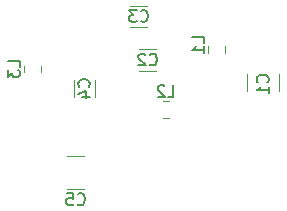
<source format=gbr>
%TF.GenerationSoftware,KiCad,Pcbnew,7.0.11-2.fc39*%
%TF.CreationDate,2024-06-07T09:19:16-04:00*%
%TF.ProjectId,OS-44,4f532d34-342e-46b6-9963-61645f706362,rev?*%
%TF.SameCoordinates,Original*%
%TF.FileFunction,Legend,Bot*%
%TF.FilePolarity,Positive*%
%FSLAX46Y46*%
G04 Gerber Fmt 4.6, Leading zero omitted, Abs format (unit mm)*
G04 Created by KiCad (PCBNEW 7.0.11-2.fc39) date 2024-06-07 09:19:16*
%MOMM*%
%LPD*%
G01*
G04 APERTURE LIST*
%ADD10C,0.150000*%
%ADD11C,0.120000*%
G04 APERTURE END LIST*
D10*
X143422666Y-82909580D02*
X143470285Y-82957200D01*
X143470285Y-82957200D02*
X143613142Y-83004819D01*
X143613142Y-83004819D02*
X143708380Y-83004819D01*
X143708380Y-83004819D02*
X143851237Y-82957200D01*
X143851237Y-82957200D02*
X143946475Y-82861961D01*
X143946475Y-82861961D02*
X143994094Y-82766723D01*
X143994094Y-82766723D02*
X144041713Y-82576247D01*
X144041713Y-82576247D02*
X144041713Y-82433390D01*
X144041713Y-82433390D02*
X143994094Y-82242914D01*
X143994094Y-82242914D02*
X143946475Y-82147676D01*
X143946475Y-82147676D02*
X143851237Y-82052438D01*
X143851237Y-82052438D02*
X143708380Y-82004819D01*
X143708380Y-82004819D02*
X143613142Y-82004819D01*
X143613142Y-82004819D02*
X143470285Y-82052438D01*
X143470285Y-82052438D02*
X143422666Y-82100057D01*
X143041713Y-82100057D02*
X142994094Y-82052438D01*
X142994094Y-82052438D02*
X142898856Y-82004819D01*
X142898856Y-82004819D02*
X142660761Y-82004819D01*
X142660761Y-82004819D02*
X142565523Y-82052438D01*
X142565523Y-82052438D02*
X142517904Y-82100057D01*
X142517904Y-82100057D02*
X142470285Y-82195295D01*
X142470285Y-82195295D02*
X142470285Y-82290533D01*
X142470285Y-82290533D02*
X142517904Y-82433390D01*
X142517904Y-82433390D02*
X143089332Y-83004819D01*
X143089332Y-83004819D02*
X142470285Y-83004819D01*
X148028819Y-81113333D02*
X148028819Y-80637143D01*
X148028819Y-80637143D02*
X147028819Y-80637143D01*
X148028819Y-81970476D02*
X148028819Y-81399048D01*
X148028819Y-81684762D02*
X147028819Y-81684762D01*
X147028819Y-81684762D02*
X147171676Y-81589524D01*
X147171676Y-81589524D02*
X147266914Y-81494286D01*
X147266914Y-81494286D02*
X147314533Y-81399048D01*
X132407819Y-83145333D02*
X132407819Y-82669143D01*
X132407819Y-82669143D02*
X131407819Y-82669143D01*
X131407819Y-83383429D02*
X131407819Y-84002476D01*
X131407819Y-84002476D02*
X131788771Y-83669143D01*
X131788771Y-83669143D02*
X131788771Y-83812000D01*
X131788771Y-83812000D02*
X131836390Y-83907238D01*
X131836390Y-83907238D02*
X131884009Y-83954857D01*
X131884009Y-83954857D02*
X131979247Y-84002476D01*
X131979247Y-84002476D02*
X132217342Y-84002476D01*
X132217342Y-84002476D02*
X132312580Y-83954857D01*
X132312580Y-83954857D02*
X132360200Y-83907238D01*
X132360200Y-83907238D02*
X132407819Y-83812000D01*
X132407819Y-83812000D02*
X132407819Y-83526286D01*
X132407819Y-83526286D02*
X132360200Y-83431048D01*
X132360200Y-83431048D02*
X132312580Y-83383429D01*
X144946666Y-85671819D02*
X145422856Y-85671819D01*
X145422856Y-85671819D02*
X145422856Y-84671819D01*
X144660951Y-84767057D02*
X144613332Y-84719438D01*
X144613332Y-84719438D02*
X144518094Y-84671819D01*
X144518094Y-84671819D02*
X144279999Y-84671819D01*
X144279999Y-84671819D02*
X144184761Y-84719438D01*
X144184761Y-84719438D02*
X144137142Y-84767057D01*
X144137142Y-84767057D02*
X144089523Y-84862295D01*
X144089523Y-84862295D02*
X144089523Y-84957533D01*
X144089523Y-84957533D02*
X144137142Y-85100390D01*
X144137142Y-85100390D02*
X144708570Y-85671819D01*
X144708570Y-85671819D02*
X144089523Y-85671819D01*
X138281580Y-84796333D02*
X138329200Y-84748714D01*
X138329200Y-84748714D02*
X138376819Y-84605857D01*
X138376819Y-84605857D02*
X138376819Y-84510619D01*
X138376819Y-84510619D02*
X138329200Y-84367762D01*
X138329200Y-84367762D02*
X138233961Y-84272524D01*
X138233961Y-84272524D02*
X138138723Y-84224905D01*
X138138723Y-84224905D02*
X137948247Y-84177286D01*
X137948247Y-84177286D02*
X137805390Y-84177286D01*
X137805390Y-84177286D02*
X137614914Y-84224905D01*
X137614914Y-84224905D02*
X137519676Y-84272524D01*
X137519676Y-84272524D02*
X137424438Y-84367762D01*
X137424438Y-84367762D02*
X137376819Y-84510619D01*
X137376819Y-84510619D02*
X137376819Y-84605857D01*
X137376819Y-84605857D02*
X137424438Y-84748714D01*
X137424438Y-84748714D02*
X137472057Y-84796333D01*
X137710152Y-85653476D02*
X138376819Y-85653476D01*
X137329200Y-85415381D02*
X138043485Y-85177286D01*
X138043485Y-85177286D02*
X138043485Y-85796333D01*
X142660666Y-79226580D02*
X142708285Y-79274200D01*
X142708285Y-79274200D02*
X142851142Y-79321819D01*
X142851142Y-79321819D02*
X142946380Y-79321819D01*
X142946380Y-79321819D02*
X143089237Y-79274200D01*
X143089237Y-79274200D02*
X143184475Y-79178961D01*
X143184475Y-79178961D02*
X143232094Y-79083723D01*
X143232094Y-79083723D02*
X143279713Y-78893247D01*
X143279713Y-78893247D02*
X143279713Y-78750390D01*
X143279713Y-78750390D02*
X143232094Y-78559914D01*
X143232094Y-78559914D02*
X143184475Y-78464676D01*
X143184475Y-78464676D02*
X143089237Y-78369438D01*
X143089237Y-78369438D02*
X142946380Y-78321819D01*
X142946380Y-78321819D02*
X142851142Y-78321819D01*
X142851142Y-78321819D02*
X142708285Y-78369438D01*
X142708285Y-78369438D02*
X142660666Y-78417057D01*
X142327332Y-78321819D02*
X141708285Y-78321819D01*
X141708285Y-78321819D02*
X142041618Y-78702771D01*
X142041618Y-78702771D02*
X141898761Y-78702771D01*
X141898761Y-78702771D02*
X141803523Y-78750390D01*
X141803523Y-78750390D02*
X141755904Y-78798009D01*
X141755904Y-78798009D02*
X141708285Y-78893247D01*
X141708285Y-78893247D02*
X141708285Y-79131342D01*
X141708285Y-79131342D02*
X141755904Y-79226580D01*
X141755904Y-79226580D02*
X141803523Y-79274200D01*
X141803523Y-79274200D02*
X141898761Y-79321819D01*
X141898761Y-79321819D02*
X142184475Y-79321819D01*
X142184475Y-79321819D02*
X142279713Y-79274200D01*
X142279713Y-79274200D02*
X142327332Y-79226580D01*
X137326666Y-94734580D02*
X137374285Y-94782200D01*
X137374285Y-94782200D02*
X137517142Y-94829819D01*
X137517142Y-94829819D02*
X137612380Y-94829819D01*
X137612380Y-94829819D02*
X137755237Y-94782200D01*
X137755237Y-94782200D02*
X137850475Y-94686961D01*
X137850475Y-94686961D02*
X137898094Y-94591723D01*
X137898094Y-94591723D02*
X137945713Y-94401247D01*
X137945713Y-94401247D02*
X137945713Y-94258390D01*
X137945713Y-94258390D02*
X137898094Y-94067914D01*
X137898094Y-94067914D02*
X137850475Y-93972676D01*
X137850475Y-93972676D02*
X137755237Y-93877438D01*
X137755237Y-93877438D02*
X137612380Y-93829819D01*
X137612380Y-93829819D02*
X137517142Y-93829819D01*
X137517142Y-93829819D02*
X137374285Y-93877438D01*
X137374285Y-93877438D02*
X137326666Y-93925057D01*
X136421904Y-93829819D02*
X136898094Y-93829819D01*
X136898094Y-93829819D02*
X136945713Y-94306009D01*
X136945713Y-94306009D02*
X136898094Y-94258390D01*
X136898094Y-94258390D02*
X136802856Y-94210771D01*
X136802856Y-94210771D02*
X136564761Y-94210771D01*
X136564761Y-94210771D02*
X136469523Y-94258390D01*
X136469523Y-94258390D02*
X136421904Y-94306009D01*
X136421904Y-94306009D02*
X136374285Y-94401247D01*
X136374285Y-94401247D02*
X136374285Y-94639342D01*
X136374285Y-94639342D02*
X136421904Y-94734580D01*
X136421904Y-94734580D02*
X136469523Y-94782200D01*
X136469523Y-94782200D02*
X136564761Y-94829819D01*
X136564761Y-94829819D02*
X136802856Y-94829819D01*
X136802856Y-94829819D02*
X136898094Y-94782200D01*
X136898094Y-94782200D02*
X136945713Y-94734580D01*
X153394580Y-84415333D02*
X153442200Y-84367714D01*
X153442200Y-84367714D02*
X153489819Y-84224857D01*
X153489819Y-84224857D02*
X153489819Y-84129619D01*
X153489819Y-84129619D02*
X153442200Y-83986762D01*
X153442200Y-83986762D02*
X153346961Y-83891524D01*
X153346961Y-83891524D02*
X153251723Y-83843905D01*
X153251723Y-83843905D02*
X153061247Y-83796286D01*
X153061247Y-83796286D02*
X152918390Y-83796286D01*
X152918390Y-83796286D02*
X152727914Y-83843905D01*
X152727914Y-83843905D02*
X152632676Y-83891524D01*
X152632676Y-83891524D02*
X152537438Y-83986762D01*
X152537438Y-83986762D02*
X152489819Y-84129619D01*
X152489819Y-84129619D02*
X152489819Y-84224857D01*
X152489819Y-84224857D02*
X152537438Y-84367714D01*
X152537438Y-84367714D02*
X152585057Y-84415333D01*
X153489819Y-85367714D02*
X153489819Y-84796286D01*
X153489819Y-85082000D02*
X152489819Y-85082000D01*
X152489819Y-85082000D02*
X152632676Y-84986762D01*
X152632676Y-84986762D02*
X152727914Y-84891524D01*
X152727914Y-84891524D02*
X152775533Y-84796286D01*
D11*
%TO.C,C2*%
X143967252Y-83460000D02*
X142544748Y-83460000D01*
X143967252Y-81640000D02*
X142544748Y-81640000D01*
%TO.C,L1*%
X149808000Y-81399748D02*
X149808000Y-81922252D01*
X148388000Y-81399748D02*
X148388000Y-81922252D01*
%TO.C,L3*%
X132767000Y-83573252D02*
X132767000Y-83050748D01*
X134187000Y-83573252D02*
X134187000Y-83050748D01*
%TO.C,L2*%
X144518748Y-86031000D02*
X145041252Y-86031000D01*
X144518748Y-87451000D02*
X145041252Y-87451000D01*
%TO.C,C4*%
X138832000Y-84251748D02*
X138832000Y-85674252D01*
X137012000Y-84251748D02*
X137012000Y-85674252D01*
%TO.C,C3*%
X141782748Y-77957000D02*
X143205252Y-77957000D01*
X141782748Y-79777000D02*
X143205252Y-79777000D01*
%TO.C,C5*%
X136448748Y-90715000D02*
X137871252Y-90715000D01*
X136448748Y-93435000D02*
X137871252Y-93435000D01*
%TO.C,C1*%
X154395000Y-83743748D02*
X154395000Y-85166252D01*
X151675000Y-83743748D02*
X151675000Y-85166252D01*
%TD*%
M02*

</source>
